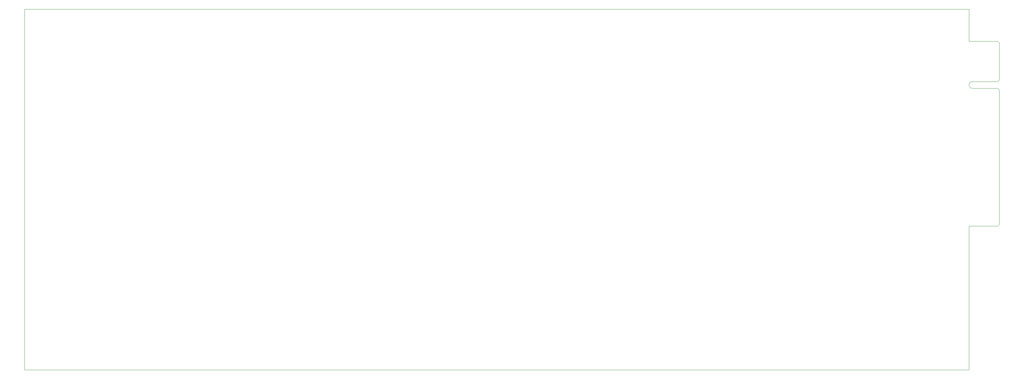
<source format=gbr>
G04 #@! TF.GenerationSoftware,KiCad,Pcbnew,(5.1.9)-1*
G04 #@! TF.CreationDate,2021-02-17T12:42:34-05:00*
G04 #@! TF.ProjectId,input_board,696e7075-745f-4626-9f61-72642e6b6963,rev?*
G04 #@! TF.SameCoordinates,Original*
G04 #@! TF.FileFunction,Profile,NP*
%FSLAX46Y46*%
G04 Gerber Fmt 4.6, Leading zero omitted, Abs format (unit mm)*
G04 Created by KiCad (PCBNEW (5.1.9)-1) date 2021-02-17 12:42:35*
%MOMM*%
%LPD*%
G01*
G04 APERTURE LIST*
G04 #@! TA.AperFunction,Profile*
%ADD10C,0.050000*%
G04 #@! TD*
G04 #@! TA.AperFunction,Profile*
%ADD11C,0.100000*%
G04 #@! TD*
G04 APERTURE END LIST*
D10*
X276180000Y-50000000D02*
X14680000Y-50000000D01*
X276180000Y-110500000D02*
X276230000Y-110150000D01*
X276180000Y-58500000D02*
X276230000Y-58850000D01*
X276180000Y-58500000D02*
X276180000Y-50000000D01*
X276180000Y-150000000D02*
X276180000Y-110500000D01*
X276180000Y-150000000D02*
X14680000Y-150000000D01*
X14680000Y-50000000D02*
X14680000Y-150000000D01*
D11*
X277180000Y-70050000D02*
X284130000Y-70050000D01*
X277180000Y-71950000D02*
X284130000Y-71950000D01*
X276230000Y-58850000D02*
X284130000Y-58850000D01*
X284630000Y-59350000D02*
X284630000Y-69550000D01*
X276230000Y-110150000D02*
X284130000Y-110150000D01*
X284630000Y-72450000D02*
X284630000Y-109650000D01*
X284130000Y-58850000D02*
X284630000Y-59350000D01*
X284130000Y-70050000D02*
X284630000Y-69550000D01*
X284130000Y-71950000D02*
X284630000Y-72450000D01*
X284130000Y-110150000D02*
X284630000Y-109650000D01*
X277180000Y-70050000D02*
G75*
G03*
X277180000Y-71950000I0J-950000D01*
G01*
M02*

</source>
